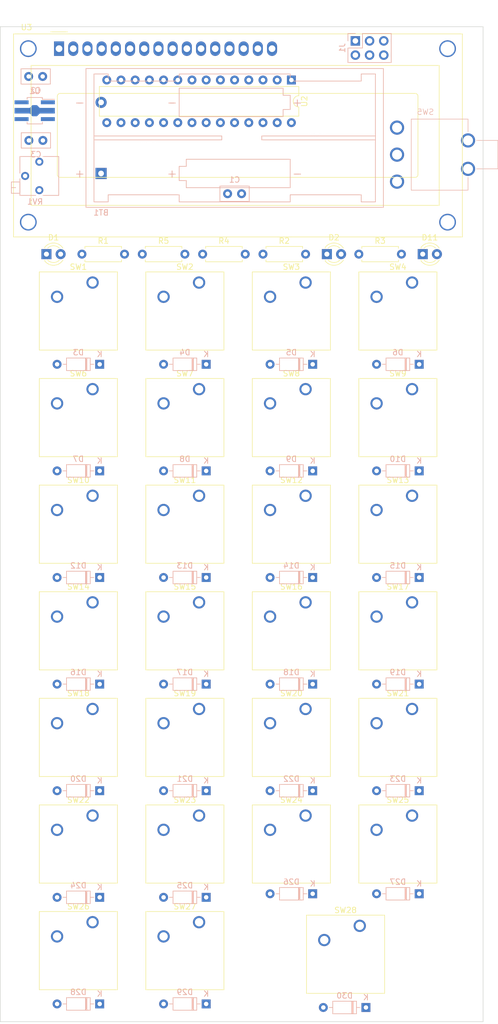
<source format=kicad_pcb>
(kicad_pcb (version 20221018) (generator pcbnew)
  (layers (0 "F.Cu" signal) (31 "B.Cu" signal) (34 "B.Paste" user) (35 "F.Paste" user) (36 "B.SilkS" user "B.Silkscreen") (37 "F.SilkS" user "F.Silkscreen") (38 "B.Mask" user) (39 "F.Mask" user) (44 "Edge.Cuts" user))
  (net 0 "")
  (net 1 "Net-(D1-A)")
  (net 2 "Net-(D2-A)")
  (net 3 "Net-(D3-A)")
  (net 4 "Net-(D4-A)")
  (net 5 "Net-(D5-A)")
  (net 6 "Net-(D6-A)")
  (net 7 "Net-(D7-A)")
  (net 8 "Net-(D8-A)")
  (net 9 "Net-(D9-A)")
  (net 10 "Net-(D10-A)")
  (net 11 "Net-(D11-A)")
  (net 12 "Net-(D12-A)")
  (net 13 "Net-(D13-A)")
  (net 14 "Net-(D14-A)")
  (net 15 "Net-(D15-A)")
  (net 16 "Net-(D16-A)")
  (net 17 "Net-(D17-A)")
  (net 18 "Net-(D18-A)")
  (net 19 "Net-(D19-A)")
  (net 20 "Net-(D20-A)")
  (net 21 "Net-(D21-A)")
  (net 22 "Net-(D22-A)")
  (net 23 "Net-(D23-A)")
  (net 24 "Net-(D24-A)")
  (net 25 "Net-(D25-A)")
  (net 26 "Net-(D26-A)")
  (net 27 "Net-(D27-A)")
  (net 28 "/COL0")
  (net 29 "/COL1")
  (net 30 "/COL2")
  (net 31 "/COL3")
  (net 32 "/ROW0")
  (net 33 "/ROW1")
  (net 34 "/ROW2")
  (net 35 "/ROW3")
  (net 36 "/ROW4")
  (net 37 "/ROW5")
  (net 38 "/ROW6")
  (net 39 "/nRST")
  (net 40 "VCC")
  (net 41 "GND")
  (net 42 "/EN")
  (net 43 "/RS")
  (net 44 "Net-(SW5-A)")
  (net 45 "Net-(D1-K)")
  (net 46 "/MOSI")
  (net 47 "/MISO")
  (net 48 "/SCK")
  (net 49 "Net-(D2-K)")
  (net 50 "/D0")
  (net 51 "/D1")
  (net 52 "/D2")
  (net 53 "/D3")
  (net 54 "Net-(D28-A)")
  (net 55 "Net-(D29-A)")
  (net 56 "Net-(D30-A)")
  (net 57 "Net-(U3-K)")
  (net 58 "Net-(U3-VO)")
  (net 59 "Net-(BT1-+)")
  (footprint "Button_Switch_Keyboard:SW_Cherry_MX_1.00u_PCB" (layer "F.Cu") (at 45.72 101.6)
    (fp_text reference "SW10" (at -2.54 -2.794) (layer "F.SilkS"))
    (fp_text value "SW_Push")
    (pad "" np_thru_hole circle (at -7.62 5.08) (size 1.7 1.7) (drill 1.7) (layers "*.Cu" "*.Mask"))
    (pad "" np_thru_hole circle (at -2.54 5.08) (size 4 4) (drill 4) (layers "*.Cu" "*.Mask"))
    (pad "" np_thru_hole circle (at 2.54 5.08) (size 1.7 1.7) (drill 1.7) (layers "*.Cu" "*.Mask"))
    (pad "1" thru_hole circle (at 0 0) (size 2.2 2.2) (drill 1.5) (layers "*.Cu" "*.Mask") (net 34 "/ROW2"))
    (pad "2" thru_hole circle (at -6.35 2.54) (size 2.2 2.2) (drill 1.5) (layers "*.Cu" "*.Mask") (net 12 "Net-(D12-A)"))
  )
  (footprint "Resistor_THT:R_Axial_DIN0207_L6.3mm_D2.5mm_P7.62mm_Horizontal" (layer "F.Cu") (at 65.405 58.42)
    (fp_text reference "R4" (at 3.81 -2.37) (layer "F.SilkS"))
    (fp_text value "10k")
    (pad "1" thru_hole circle (at 0 0) (size 1.6 1.6) (drill 0.8) (layers "*.Cu" "*.Mask") (net 40 "VCC"))
    (pad "2" thru_hole oval (at 7.62 0) (size 1.6 1.6) (drill 0.8) (layers "*.Cu" "*.Mask") (net 39 "/nRST"))
  )
  (footprint "Button_Switch_Keyboard:SW_Cherry_MX_1.00u_PCB" (layer "F.Cu") (at 64.77 63.5)
    (fp_text reference "SW2" (at -2.54 -2.794) (layer "F.SilkS"))
    (fp_text value "SW_Push")
    (pad "" np_thru_hole circle (at -7.62 5.08) (size 1.7 1.7) (drill 1.7) (layers "*.Cu" "*.Mask"))
    (pad "" np_thru_hole circle (at -2.54 5.08) (size 4 4) (drill 4) (layers "*.Cu" "*.Mask"))
    (pad "" np_thru_hole circle (at 2.54 5.08) (size 1.7 1.7) (drill 1.7) (layers "*.Cu" "*.Mask"))
    (pad "1" thru_hole circle (at 0 0) (size 2.2 2.2) (drill 1.5) (layers "*.Cu" "*.Mask") (net 32 "/ROW0"))
    (pad "2" thru_hole circle (at -6.35 2.54) (size 2.2 2.2) (drill 1.5) (layers "*.Cu" "*.Mask") (net 4 "Net-(D4-A)"))
  )
  (footprint "Button_Switch_Keyboard:SW_Cherry_MX_1.00u_PCB" (layer "F.Cu") (at 102.87 63.5)
    (fp_text reference "SW4" (at -2.54 -2.794) (layer "F.SilkS"))
    (fp_text value "SW_Push")
    (pad "" np_thru_hole circle (at -7.62 5.08) (size 1.7 1.7) (drill 1.7) (layers "*.Cu" "*.Mask"))
    (pad "" np_thru_hole circle (at -2.54 5.08) (size 4 4) (drill 4) (layers "*.Cu" "*.Mask"))
    (pad "" np_thru_hole circle (at 2.54 5.08) (size 1.7 1.7) (drill 1.7) (layers "*.Cu" "*.Mask"))
    (pad "1" thru_hole circle (at 0 0) (size 2.2 2.2) (drill 1.5) (layers "*.Cu" "*.Mask") (net 32 "/ROW0"))
    (pad "2" thru_hole circle (at -6.35 2.54) (size 2.2 2.2) (drill 1.5) (layers "*.Cu" "*.Mask") (net 6 "Net-(D6-A)"))
  )
  (footprint "Button_Switch_Keyboard:SW_Cherry_MX_1.00u_PCB" (layer "F.Cu") (at 45.72 158.75)
    (fp_text reference "SW22" (at -2.54 -2.794) (layer "F.SilkS"))
    (fp_text value "SW_Push")
    (pad "" np_thru_hole circle (at -7.62 5.08) (size 1.7 1.7) (drill 1.7) (layers "*.Cu" "*.Mask"))
    (pad "" np_thru_hole circle (at -2.54 5.08) (size 4 4) (drill 4) (layers "*.Cu" "*.Mask"))
    (pad "" np_thru_hole circle (at 2.54 5.08) (size 1.7 1.7) (drill 1.7) (layers "*.Cu" "*.Mask"))
    (pad "1" thru_hole circle (at 0 0) (size 2.2 2.2) (drill 1.5) (layers "*.Cu" "*.Mask") (net 37 "/ROW5"))
    (pad "2" thru_hole circle (at -6.35 2.54) (size 2.2 2.2) (drill 1.5) (layers "*.Cu" "*.Mask") (net 24 "Net-(D24-A)"))
  )
  (footprint "Button_Switch_Keyboard:SW_Cherry_MX_1.00u_PCB" (layer "F.Cu") (at 83.82 82.55)
    (fp_text reference "SW8" (at -2.54 -2.794) (layer "F.SilkS"))
    (fp_text value "SW_Push")
    (pad "" np_thru_hole circle (at -7.62 5.08) (size 1.7 1.7) (drill 1.7) (layers "*.Cu" "*.Mask"))
    (pad "" np_thru_hole circle (at -2.54 5.08) (size 4 4) (drill 4) (layers "*.Cu" "*.Mask"))
    (pad "" np_thru_hole circle (at 2.54 5.08) (size 1.7 1.7) (drill 1.7) (layers "*.Cu" "*.Mask"))
    (pad "1" thru_hole circle (at 0 0) (size 2.2 2.2) (drill 1.5) (layers "*.Cu" "*.Mask") (net 33 "/ROW1"))
    (pad "2" thru_hole circle (at -6.35 2.54) (size 2.2 2.2) (drill 1.5) (layers "*.Cu" "*.Mask") (net 9 "Net-(D9-A)"))
  )
  (footprint "Button_Switch_Keyboard:SW_Cherry_MX_1.00u_PCB" (layer "F.Cu") (at 45.72 120.65)
    (fp_text reference "SW14" (at -2.54 -2.794) (layer "F.SilkS"))
    (fp_text value "SW_Push")
    (pad "" np_thru_hole circle (at -7.62 5.08) (size 1.7 1.7) (drill 1.7) (layers "*.Cu" "*.Mask"))
    (pad "" np_thru_hole circle (at -2.54 5.08) (size 4 4) (drill 4) (layers "*.Cu" "*.Mask"))
    (pad "" np_thru_hole circle (at 2.54 5.08) (size 1.7 1.7) (drill 1.7) (layers "*.Cu" "*.Mask"))
    (pad "1" thru_hole circle (at 0 0) (size 2.2 2.2) (drill 1.5) (layers "*.Cu" "*.Mask") (net 35 "/ROW3"))
    (pad "2" thru_hole circle (at -6.35 2.54) (size 2.2 2.2) (drill 1.5) (layers "*.Cu" "*.Mask") (net 16 "Net-(D16-A)"))
  )
  (footprint "Button_Switch_Keyboard:SW_Cherry_MX_1.00u_PCB" (layer "F.Cu") (at 83.82 120.65)
    (fp_text reference "SW16" (at -2.54 -2.794) (layer "F.SilkS"))
    (fp_text value "SW_Push")
    (pad "" np_thru_hole circle (at -7.62 5.08) (size 1.7 1.7) (drill 1.7) (layers "*.Cu" "*.Mask"))
    (pad "" np_thru_hole circle (at -2.54 5.08) (size 4 4) (drill 4) (layers "*.Cu" "*.Mask"))
    (pad "" np_thru_hole circle (at 2.54 5.08) (size 1.7 1.7) (drill 1.7) (layers "*.Cu" "*.Mask"))
    (pad "1" thru_hole circle (at 0 0) (size 2.2 2.2) (drill 1.5) (layers "*.Cu" "*.Mask") (net 35 "/ROW3"))
    (pad "2" thru_hole circle (at -6.35 2.54) (size 2.2 2.2) (drill 1.5) (layers "*.Cu" "*.Mask") (net 18 "Net-(D18-A)"))
  )
  (footprint "Button_Switch_Keyboard:SW_Cherry_MX_1.00u_PCB" (layer "F.Cu") (at 45.72 63.5)
    (fp_text reference "SW1" (at -2.54 -2.794) (layer "F.SilkS"))
    (fp_text value "SW_Push")
    (pad "" np_thru_hole circle (at -7.62 5.08) (size 1.7 1.7) (drill 1.7) (layers "*.Cu" "*.Mask"))
    (pad "" np_thru_hole circle (at -2.54 5.08) (size 4 4) (drill 4) (layers "*.Cu" "*.Mask"))
    (pad "" np_thru_hole circle (at 2.54 5.08) (size 1.7 1.7) (drill 1.7) (layers "*.Cu" "*.Mask"))
    (pad "1" thru_hole circle (at 0 0) (size 2.2 2.2) (drill 1.5) (layers "*.Cu" "*.Mask") (net 32 "/ROW0"))
    (pad "2" thru_hole circle (at -6.35 2.54) (size 2.2 2.2) (drill 1.5) (layers "*.Cu" "*.Mask") (net 3 "Net-(D3-A)"))
  )
  (footprint "Button_Switch_Keyboard:SW_Cherry_MX_1.00u_PCB" (layer "F.Cu") (at 45.72 139.7)
    (fp_text reference "SW18" (at -2.54 -2.794) (layer "F.SilkS"))
    (fp_text value "SW_Push")
    (pad "" np_thru_hole circle (at -7.62 5.08) (size 1.7 1.7) (drill 1.7) (layers "*.Cu" "*.Mask"))
    (pad "" np_thru_hole circle (at -2.54 5.08) (size 4 4) (drill 4) (layers "*.Cu" "*.Mask"))
    (pad "" np_thru_hole circle (at 2.54 5.08) (size 1.7 1.7) (drill 1.7) (layers "*.Cu" "*.Mask"))
    (pad "1" thru_hole circle (at 0 0) (size 2.2 2.2) (drill 1.5) (layers "*.Cu" "*.Mask") (net 36 "/ROW4"))
    (pad "2" thru_hole circle (at -6.35 2.54) (size 2.2 2.2) (drill 1.5) (layers "*.Cu" "*.Mask") (net 20 "Net-(D20-A)"))
  )
  (footprint "Button_Switch_Keyboard:SW_Cherry_MX_1.00u_PCB" (layer "F.Cu") (at 102.87 158.75)
    (fp_text reference "SW25" (at -2.54 -2.794) (layer "F.SilkS"))
    (fp_text value "SW_Push")
    (pad "" np_thru_hole circle (at -7.62 5.08) (size 1.7 1.7) (drill 1.7) (layers "*.Cu" "*.Mask"))
    (pad "" np_thru_hole circle (at -2.54 5.08) (size 4 4) (drill 4) (layers "*.Cu" "*.Mask"))
    (pad "" np_thru_hole circle (at 2.54 5.08) (size 1.7 1.7) (drill 1.7) (layers "*.Cu" "*.Mask"))
    (pad "1" thru_hole circle (at 0 0) (size 2.2 2.2) (drill 1.5) (layers "*.Cu" "*.Mask") (net 37 "/ROW5"))
    (pad "2" thru_hole circle (at -6.35 2.54) (size 2.2 2.2) (drill 1.5) (layers "*.Cu" "*.Mask") (net 27 "Net-(D27-A)"))
  )
  (footprint "Package_DIP:DIP-28_W7.62mm" (layer "F.Cu") (at 81.28 27.305 -90)
    (fp_text reference "U2" (at 3.81 -2.33 90) (layer "F.SilkS"))
    (fp_text value "ATmega328-P")
    (pad "1" thru_hole rect (at 0 0 270) (size 1.6 1.6) (drill 0.8) (layers "*.Cu" "*.Mask") (net 39 "/nRST"))
    (pad "2" thru_hole oval (at 0 2.54 270) (size 1.6 1.6) (drill 0.8) (layers "*.Cu" "*.Mask") (net 32 "/ROW0"))
    (pad "3" thru_hole oval (at 0 5.08 270) (size 1.6 1.6) (drill 0.8) (layers "*.Cu" "*.Mask") (net 33 "/ROW1"))
    (pad "4" thru_hole oval (at 0 7.62 270) (size 1.6 1.6) (drill 0.8) (layers "*.Cu" "*.Mask") (net 34 "/ROW2"))
    (pad "5" thru_hole oval (at 0 10.16 270) (size 1.6 1.6) (drill 0.8) (layers "*.Cu" "*.Mask") (net 35 "/ROW3"))
    (pad "6" thru_hole oval (at 0 12.7 270) (size 1.6 1.6) (drill 0.8) (layers "*.Cu" "*.Mask") (net 36 "/ROW4"))
    (pad "7" thru_hole oval (at 0 15.24 270) (size 1.6 1.6) (drill 0.8) (layers "*.Cu" "*.Mask") (net 40 "VCC"))
    (pad "8" thru_hole oval (at 0 17.78 270) (size 1.6 1.6) (drill 0.8) (layers "*.Cu" "*.Mask") (net 41 "GND"))
    (pad "9" thru_hole oval (at 0 20.32 270) (size 1.6 1.6) (drill 0.8) (layers "*.Cu" "*.Mask") (net 42 "/EN"))
    (pad "10" thru_hole oval (at 0 22.86 270) (size 1.6 1.6) (drill 0.8) (layers "*.Cu" "*.Mask") (net 43 "/RS"))
    (pad "11" thru_hole oval (at 0 25.4 270) (size 1.6 1.6) (drill 0.8) (layers "*.Cu" "*.Mask") (net 37 "/ROW5"))
    (pad "12" thru_hole oval (at 0 27.94 270) (size 1.6 1.6) (drill 0.8) (layers "*.Cu" "*.Mask") (net 38 "/ROW6"))
    (pad "13" thru_hole oval (at 0 30.48 270) (size 1.6 1.6) (drill 0.8) (layers "*.Cu" "*.Mask") (net 31 "/COL3"))
    (pad "14" thru_hole oval (at 0 33.02 270) (size 1.6 1.6) (drill 0.8) (layers "*.Cu" "*.Mask") (net 45 "Net-(D1-K)"))
    (pad "15" thru_hole oval (at 7.62 33.02 270) (size 1.6 1.6) (drill 0.8) (layers "*.Cu" "*.Mask") (net 49 "Net-(D2-K)"))
    (pad "16" thru_hole oval (at 7.62 30.48 270) (size 1.6 1.6) (drill 0.8) (layers "*.Cu" "*.Mask") (net 28 "/COL0"))
    (pad "17" thru_hole oval (at 7.62 27.94 270) (size 1.6 1.6) (drill 0.8) (layers "*.Cu" "*.Mask") (net 46 "/MOSI"))
    (pad "18" thru_hole oval (at 7.62 25.4 270) (size 1.6 1.6) (drill 0.8) (layers "*.Cu" "*.Mask") (net 47 "/MISO"))
    (pad "19" thru_hole oval (at 7.62 22.86 270) (size 1.6 1.6) (drill 0.8) (layers "*.Cu" "*.Mask") (net 48 "/SCK"))
    (pad "20" thru_hole oval (at 7.62 20.32 270) (size 1.6 1.6) (drill 0.8) (layers "*.Cu" "*.Mask") (net 40 "VCC"))
    (pad "21" thru_hole oval (at 7.62 17.78 270) (size 1.6 1.6) (drill 0.8) (layers "*.Cu" "*.Mask"))
    (pad "22" thru_hole oval (at 7.62 15.24 270) (size 1.6 1.6) (drill 0.8) (layers "*.Cu" "*.Mask") (net 41 "GND"))
    (pad "23" thru_hole oval (at 7.62 12.7 270) (size 1.6 1.6) (drill 0.8) (layers "*.Cu" "*.Mask") (net 50 "/D0"))
    (pad "24" thru_hole oval (at 7.62 10.16 270) (size 1.6 1.6) (drill 0.8) (layers "*.Cu" "*.Mask") (net 51 "/D1"))
    (pad "25" thru_hole oval (at 7.62 7.62 270) (size 1.6 1.6) (drill 0.8) (layers "*.Cu" "*.Mask") (net 52 "/D2"))
    (pad "26" thru_hole oval (at 7.62 5.08 270) (size 1.6 1.6) (drill 0.8) (layers "*.Cu" "*.Mask") (net 53 "/D3"))
    (pad "27" thru_hole oval (at 7.62 2.54 270) (size 1.6 1.6) (drill 0.8) (layers "*.Cu" "*.Mask") (net 29 "/COL1"))
    (pad "28" thru_hole oval (at 7.62 0 270) (size 1.6 1.6) (drill 0.8) (layers "*.Cu" "*.Mask") (net 30 "/COL2"))
  )
  (footprint "Button_Switch_Keyboard:SW_Cherry_MX_1.00u_PCB" (layer "F.Cu") (at 64.77 158.75)
    (fp_text reference "SW23" (at -2.54 -2.794) (layer "F.SilkS"))
    (fp_text value "SW_Push")
    (pad "" np_thru_hole circle (at -7.62 5.08) (size 1.7 1.7) (drill 1.7) (layers "*.Cu" "*.Mask"))
    (pad "" np_thru_hole circle (at -2.54 5.08) (size 4 4) (drill 4) (layers "*.Cu" "*.Mask"))
    (pad "" np_thru_hole circle (at 2.54 5.08) (size 1.7 1.7) (drill 1.7) (layers "*.Cu" "*.Mask"))
    (pad "1" thru_hole circle (at 0 0) (size 2.2 2.2) (drill 1.5) (layers "*.Cu" "*.Mask") (net 37 "/ROW5"))
    (pad "2" thru_hole circle (at -6.35 2.54) (size 2.2 2.2) (drill 1.5) (layers "*.Cu" "*.Mask") (net 25 "Net-(D25-A)"))
  )
  (footprint "Button_Switch_Keyboard:SW_Cherry_MX_1.00u_PCB" (layer "F.Cu") (at 64.77 101.6)
    (fp_text reference "SW11" (at -2.54 -2.794) (layer "F.SilkS"))
    (fp_text value "SW_Push")
    (pad "" np_thru_hole circle (at -7.62 5.08) (size 1.7 1.7) (drill 1.7) (layers "*.Cu" "*.Mask"))
    (pad "" np_thru_hole circle (at -2.54 5.08) (size 4 4) (drill 4) (layers "*.Cu" "*.Mask"))
    (pad "" np_thru_hole circle (at 2.54 5.08) (size 1.7 1.7) (drill 1.7) (layers "*.Cu" "*.Mask"))
    (pad "1" thru_hole circle (at 0 0) (size 2.2 2.2) (drill 1.5) (layers "*.Cu" "*.Mask") (net 34 "/ROW2"))
    (pad "2" thru_hole circle (at -6.35 2.54) (size 2.2 2.2) (drill 1.5) (layers "*.Cu" "*.Mask") (net 13 "Net-(D13-A)"))
  )
  (footprint "Display:WC1602A" (layer "F.Cu") (at 39.72052 21.7043)
    (fp_text reference "U3" (at -5.82 -3.81) (layer "F.SilkS"))
    (fp_text value "RC1602A")
    (pad "" thru_hole circle (at -5.4991 0) (size 3 3) (drill 2.5) (layers "*.Cu" "*.Mask"))
    (pad "" thru_hole circle (at -5.4991 31.0007) (size 3 3) (drill 2.5) (layers "*.Cu" "*.Mask"))
    (pad "" thru_hole circle (at 69.49948 31.0007) (size 3 3) (drill 2.5) (layers "*.Cu" "*.Mask"))
    (pad "" thru_hole circle (at 69.5 0) (size 3 3) (drill 2.5) (layers "*.Cu" "*.Mask"))
    (pad "1" thru_hole rect (at 0 0) (size 1.8 2.6) (drill 1.2) (layers "*.Cu" "*.Mask") (net 41 "GND"))
    (pad "2" thru_hole oval (at 2.54 0) (size 1.8 2.6) (drill 1.2) (layers "*.Cu" "*.Mask") (net 40 "VCC"))
    (pad "3" thru_hole oval (at 5.08 0) (size 1.8 2.6) (drill 1.2) (layers "*.Cu" "*.Mask") (net 58 "Net-(U3-VO)"))
    (pad "4" thru_hole oval (at 7.62 0) (size 1.8 2.6) (drill 1.2) (layers "*.Cu" "*.Mask") (net 43 "/RS"))
    (pad "5" thru_hole oval (at 10.16 0) (size 1.8 2.6) (drill 1.2) (layers "*.Cu" "*.Mask") (net 41 "GND"))
    (pad "6" thru_hole oval (at 12.7 0) (size 1.8 2.6) (drill 1.2) (layers "*.Cu" "*.Mask") (net 42 "/EN"))
    (pad "7" thru_hole oval (at 15.24 0) (size 1.8 2.6) (drill 1.2) (layers "*.Cu" "*.Mask") (net 41 "GND"))
    (pad "8" thru_hole oval (at 17.78 0) (size 1.8 2.6) (drill 1.2) (layers "*.Cu" "*.Mask") (net 41 "GND"))
    (pad "9" thru_hole oval (at 20.32 0) (size 1.8 2.6) (drill 1.2) (layers "*.Cu" "*.Mask") (net 41 "GND"))
    (pad "10" thru_hole oval (at 22.86 0) (size 1.8 2.6) (drill 1.2) (layers "*.Cu" "*.Mask") (net 41 "GND"))
    (pad "11" thru_hole oval (at 25.4 0) (size 1.8 2.6) (drill 1.2) (layers "*.Cu" "*.Mask") (net 50 "/D0"))
    (pad "12" thru_hole oval (at 27.94 0) (size 1.8 2.6) (drill 1.2) (layers "*.Cu" "*.Mask") (net 51 "/D1"))
    (pad "13" thru_hole oval (at 30.48 0) (size 1.8 2.6) (drill 1.2) (layers "*.Cu" "*.Mask") (net 52 "/D2"))
    (pad "14" thru_hole oval (at 33.02 0) (size 1.8 2.6) (drill 1.2) (layers "*.Cu" "*.Mask") (net 53 "/D3"))
    (pad "15" thru_hole oval (at 35.56 0) (size 1.8 2.6) (drill 1.2) (layers "*.Cu" "*.Mask") (net 40 "VCC"))
    (pad "16" thru_hole oval (at 38.1 0) (size 1.8 2.6) (drill 1.2) (layers "*.Cu" "*.Mask") (net 57 "Net-(U3-K)"))
  )
  (footprint "Button_Switch_Keyboard:SW_Cherry_MX_1.00u_PCB" (layer "F.Cu") (at 64.77 139.7)
    (fp_text reference "SW19" (at -2.54 -2.794) (layer "F.SilkS"))
    (fp_text value "SW_Push")
    (pad "" np_thru_hole circle (at -7.62 5.08) (size 1.7 1.7) (drill 1.7) (layers "*.Cu" "*.Mask"))
    (pad "" np_thru_hole circle (at -2.54 5.08) (size 4 4) (drill 4) (layers "*.Cu" "*.Mask"))
    (pad "" np_thru_hole circle (at 2.54 5.08) (size 1.7 1.7) (drill 1.7) (layers "*.Cu" "*.Mask"))
    (pad "1" thru_hole circle (at 0 0) (size 2.2 2.2) (drill 1.5) (layers "*.Cu" "*.Mask") (net 36 "/ROW4"))
    (pad "2" thru_hole circle (at -6.35 2.54) (size 2.2 2.2) (drill 1.5) (layers "*.Cu" "*.Mask") (net 21 "Net-(D21-A)"))
  )
  (footprint "Button_Switch_Keyboard:SW_Cherry_MX_1.00u_PCB" (layer "F.Cu") (at 45.72 82.55)
    (fp_text reference "SW6" (at -2.54 -2.794) (layer "F.SilkS"))
    (fp_text value "SW_Push")
    (pad "" np_thru_hole circle (at -7.62 5.08) (size 1.7 1.7) (drill 1.7) (layers "*.Cu" "*.Mask"))
    (pad "" np_thru_hole circle (at -2.54 5.08) (size 4 4) (drill 4) (layers "*.Cu" "*.Mask"))
    (pad "" np_thru_hole circle (at 2.54 5.08) (size 1.7 1.7) (drill 1.7) (layers "*.Cu" "*.Mask"))
    (pad "1" thru_hole circle (at 0 0) (size 2.2 2.2) (drill 1.5) (layers "*.Cu" "*.Mask") (net 33 "/ROW1"))
    (pad "2" thru_hole circle (at -6.35 2.54) (size 2.2 2.2) (drill 1.5) (layers "*.Cu" "*.Mask") (net 7 "Net-(D7-A)"))
  )
  (footprint "LED_THT:LED_D3.0mm" (layer "F.Cu") (at 37.465 58.42)
    (fp_text reference "D1" (at 1.27 -2.96) (layer "F.SilkS"))
    (fp_text value "LED")
    (pad "1" thru_hole rect (at 0 0) (size 1.8 1.8) (drill 0.9) (layers "*.Cu" "*.Mask") (net 45 "Net-(D1-K)"))
    (pad "2" thru_hole circle (at 2.54 0) (size 1.8 1.8) (drill 0.9) (layers "*.Cu" "*.Mask") (net 1 "Net-(D1-A)"))
  )
  (footprint "Button_Switch_Keyboard:SW_Cherry_MX_1.00u_PCB" (layer "F.Cu") (at 83.82 63.5)
    (fp_text reference "SW3" (at -2.54 -2.794) (layer "F.SilkS"))
    (fp_text value "SW_Push")
    (pad "" np_thru_hole circle (at -7.62 5.08) (size 1.7 1.7) (drill 1.7) (layers "*.Cu" "*.Mask"))
    (pad "" np_thru_hole circle (at -2.54 5.08) (size 4 4) (drill 4) (layers "*.Cu" "*.Mask"))
    (pad "" np_thru_hole circle (at 2.54 5.08) (size 1.7 1.7) (drill 1.7) (layers "*.Cu" "*.Mask"))
    (pad "1" thru_hole circle (at 0 0) (size 2.2 2.2) (drill 1.5) (layers "*.Cu" "*.Mask") (net 32 "/ROW0"))
    (pad "2" thru_hole circle (at -6.35 2.54) (size 2.2 2.2) (drill 1.5) (layers "*.Cu" "*.Mask") (net 5 "Net-(D5-A)"))
  )
  (footprint "Resistor_THT:R_Axial_DIN0207_L6.3mm_D2.5mm_P7.62mm_Horizontal" (layer "F.Cu") (at 43.815 58.42)
    (fp_text reference "R1" (at 3.81 -2.37) (layer "F.SilkS"))
    (fp_text value "470")
    (pad "1" thru_hole circle (at 0 0) (size 1.6 1.6) (drill 0.8) (layers "*.Cu" "*.Mask") (net 40 "VCC"))
    (pad "2" thru_hole oval (at 7.62 0) (size 1.6 1.6) (drill 0.8) (layers "*.Cu" "*.Mask") (net 1 "Net-(D1-A)"))
  )
  (footprint "LED_THT:LED_D3.0mm" (layer "F.Cu") (at 104.775 58.42)
    (fp_text reference "D11" (at 1.27 -2.96) (layer "F.SilkS"))
    (fp_text value "LED")
    (pad "1" thru_hole rect (at 0 0) (size 1.8 1.8) (drill 0.9) (layers "*.Cu" "*.Mask") (net 41 "GND"))
    (pad "2" thru_hole circle (at 2.54 0) (size 1.8 1.8) (drill 0.9) (layers "*.Cu" "*.Mask") (net 11 "Net-(D11-A)"))
  )
  (footprint "Button_Switch_Keyboard:SW_Cherry_MX_1.00u_PCB" (layer "F.Cu") (at 45.72 177.8)
    (fp_text reference "SW26" (at -2.54 -2.794) (layer "F.SilkS"))
    (fp_text value "SW_Push")
    (pad "" np_thru_hole circle (at -7.62 5.08) (size 1.7 1.7) (drill 1.7) (layers "*.Cu" "*.Mask"))
    (pad "" np_thru_hole circle (at -2.54 5.08) (size 4 4) (drill 4) (layers "*.Cu" "*.Mask"))
    (pad "" np_thru_hole circle (at 2.54 5.08) (size 1.7 1.7) (drill 1.7) (layers "*.Cu" "*.Mask"))
    (pad "1" thru_hole circle (at 0 0) (size 2.2 2.2) (drill 1.5) (layers "*.Cu" "*.Mask") (net 38 "/ROW6"))
    (pad "2" thru_hole circle (at -6.35 2.54) (size 2.2 2.2) (drill 1.5) (layers "*.Cu" "*.Mask") (net 54 "Net-(D28-A)"))
  )
  (footprint "Button_Switch_Keyboard:SW_Cherry_MX_1.00u_PCB" (layer "F.Cu") (at 102.87 101.6)
    (fp_text reference "SW13" (at -2.54 -2.794) (layer "F.SilkS"))
    (fp_text value "SW_Push")
    (pad "" np_thru_hole circle (at -7.62 5.08) (size 1.7 1.7) (drill 1.7) (layers "*.Cu" "*.Mask"))
    (pad "" np_thru_hole circle (at -2.54 5.08) (size 4 4) (drill 4) (layers "*.Cu" "*.Mask"))
    (pad "" np_thru_hole circle (at 2.54 5.08) (size 1.7 1.7) (drill 1.7) (layers "*.Cu" "*.Mask"))
    (pad "1" thru_hole circle (at 0 0) (size 2.2 2.2) (drill 1.5) (layers "*.Cu" "*.Mask") (net 34 "/ROW2"))
    (pad "2" thru_hole circle (at -6.35 2.54) (size 2.2 2.2) (drill 1.5) (layers "*.Cu" "*.Mask") (net 15 "Net-(D15-A)"))
  )
  (footprint "Button_Switch_Keyboard:SW_Cherry_MX_1.00u_PCB" (layer "F.Cu") (at 102.87 120.65)
    (fp_text reference "SW17" (at -2.54 -2.794) (layer "F.SilkS"))
    (fp_text value "SW_Push")
    (pad "" np_thru_hole circle (at -7.62 5.08) (size 1.7 1.7) (drill 1.7) (layers "*.Cu" "*.Mask"))
    (pad "" np_thru_hole circle (at -2.54 5.08) (size 4 4) (drill 4) (layers "*.Cu" "*.Mask"))
    (pad "" np_thru_hole circle (at 2.54 5.08) (size 1.7 1.7) (drill 1.7) (layers "*.Cu" "*.Mask"))
    (pad "1" thru_hole circle (at 0 0) (size 2.2 2.2) (drill 1.5) (layers "*.Cu" "*.Mask") (net 35 "/ROW3"))
    (pad "2" thru_hole circle (at -6.35 2.54) (size 2.2 2.2) (drill 1.5) (layers "*.Cu" "*.Mask") (net 19 "Net-(D19-A)"))
  )
  (footprint "Button_Switch_Keyboard:SW_Cherry_MX_1.00u_PCB" (layer "F.Cu") (at 83.82 139.7)
    (fp_text reference "SW20" (at -2.54 -2.794) (layer "F.SilkS"))
    (fp_text value "SW_Push")
    (pad "" np_thru_hole circle (at -7.62 5.08) (size 1.7 1.7) (drill 1.7) (layers "*.Cu" "*.Mask"))
    (pad "" np_thru_hole circle (at -2.54 5.08) (size 4 4) (drill 4) (layers "*.Cu" "*.Mask"))
    (pad "" np_thru_hole circle (at 2.54 5.08) (size 1.7 1.7) (drill 1.7) (layers "*.Cu" "*.Mask"))
    (pad "1" thru_hole circle (at 0 0) (size 2.2 2.2) (drill 1.5) (layers "*.Cu" "*.Mask") (net 36 "/ROW4"))
    (pad "2" thru_hole circle (at -6.35 2.54) (size 2.2 2.2) (drill 1.5) (layers "*.Cu" "*.Mask") (net 22 "Net-(D22-A)"))
  )
  (footprint "Resistor_THT:R_Axial_DIN0207_L6.3mm_D2.5mm_P7.62mm_Horizontal" (layer "F.Cu") (at 93.345 58.42)
    (fp_text reference "R3" (at 3.81 -2.37) (layer "F.SilkS"))
    (fp_text value "470")
    (pad "1" thru_hole circle (at 0 0) (size 1.6 1.6) (drill 0.8) (layers "*.Cu" "*.Mask") (net 40 "VCC"))
    (pad "2" thru_hole oval (at 7.62 0) (size 1.6 1.6) (drill 0.8) (layers "*.Cu" "*.Mask") (net 11 "Net-(D11-A)"))
  )
  (footprint "Button_Switch_Keyboard:SW_Cherry_MX_1.00u_PCB" (layer "F.Cu") (at 83.82 101.6)
    (fp_text reference "SW12" (at -2.54 -2.794) (layer "F.SilkS"))
    (fp_text value "SW_Push")
    (pad "" np_thru_hole circle (at -7.62 5.08) (size 1.7 1.7) (drill 1.7) (layers "*.Cu" "*.Mask"))
    (pad "" np_thru_hole circle (at -2.54 5.08) (size 4 4) (drill 4) (layers "*.Cu" "*.Mask"))
    (pad "" np_thru_hole circle (at 2.54 5.08) (size 1.7 1.7) (drill 1.7) (layers "*.Cu" "*.Mask"))
    (pad "1" thru_hole circle (at 0 0) (size 2.2 2.2) (drill 1.5) (layers "*.Cu" "*.Mask") (net 34 "/ROW2"))
    (pad "2" thru_hole circle (at -6.35 2.54) (size 2.2 2.2) (drill 1.5) (layers "*.Cu" "*.Mask") (net 14 "Net-(D14-A)"))
  )
  (footprint "Button_Switch_Keyboard:SW_Cherry_MX_1.00u_PCB" (layer "F.Cu") (at 64.77 120.65)
    (fp_text reference "SW15" (at -2.54 -2.794) (layer "F.SilkS"))
    (fp_text value "SW_Push")
    (pad "" np_thru_hole circle (at -7.62 5.08) (size 1.7 1.7) (drill 1.7) (layers "*.Cu" "*.Mask"))
    (pad "" np_thru_hole circle (at -2.54 5.08) (size 4 4) (drill 4) (layers "*.Cu" "*.Mask"))
    (pad "" np_thru_hole circle (at 2.54 5.08) (size 1.7 1.7) (drill 1.7) (layers "*.Cu" "*.Mask"))
    (pad "1" thru_hole circle (at 0 0) (size 2.2 2.2) (drill 1.5) (layers "*.Cu" "*.Mask") (net 35 "/ROW3"))
    (pad "2" thru_hole circle (at -6.35 2.54) (size 2.2 2.2) (drill 1.5) (layers "*.Cu" "*.Mask") (net 17 "Net-(D17-A)"))
  )
  (footprint "Button_Switch_Keyboard:SW_Cherry_MX_1.00u_PCB" (layer "F.Cu") (at 64.77 177.8)
    (fp_text reference "SW27" (at -2.54 -2.794) (layer "F.SilkS"))
    (fp_text value "SW_Push")
    (pad "" np_thru_hole circle (at -7.62 5.08) (size 1.7 1.7) (drill 1.7) (layers "*.Cu" "*.Mask"))
    (pad "" np_thru_hole circle (at -2.54 5.08) (size 4 4) (drill 4) (layers "*.Cu" "*.Mask"))
    (pad "" np_thru_hole circle (at 2.54 5.08) (size 1.7 1.7) (drill 1.7) (layers "*.Cu" "*.Mask"))
    (pad "1" thru_hole circle (at 0 0) (size 2.2 2.2) (drill 1.5) (layers "*.Cu" "*.Mask") (net 38 "/ROW6"))
    (pad "2" thru_hole circle (at -6.35 2.54) (size 2.2 2.2) (drill 1.5) (layers "*.Cu" "*.Mask") (net 55 "Net-(D29-A)"))
  )
  (footprint "Button_Switch_Keyboard:SW_Cherry_MX_1.00u_PCB" (layer "F.Cu") (at 102.87 139.7)
    (fp_text reference "SW21" (at -2.54 -2.794) (layer "F.SilkS"))
    (fp_text value "SW_Push")
    (pad "" np_thru_hole circle (at -7.62 5.08) (size 1.7 1.7) (drill 1.7) (layers "*.Cu" "*.Mask"))
    (pad "" np_thru_hole circle (at -2.54 5.08) (size 4 4) (drill 4) (layers "*.Cu" "*.Mask"))
    (pad "" np_thru_hole circle (at 2.54 5.08) (size 1.7 1.7) (drill 1.7) (layers "*.Cu" "*.Mask"))
    (pad "1" thru_hole circle (at 0 0) (size 2.2 2.2) (drill 1.5) (layers "*.Cu" "*.Mask") (net 36 "/ROW4"))
    (pad "2" thru_hole circle (at -6.35 2.54) (size 2.2 2.2) (drill 1.5) (layers "*.Cu" "*.Mask") (net 23 "Net-(D23-A)"))
  )
  (footprint "LED_THT:LED_D3.0mm" (layer "F.Cu") (at 87.63 58.42)
    (fp_text reference "D2" (at 1.27 -2.96) (layer "F.SilkS"))
    (fp_text value "LED")
    (pad "1" thru_hole rect (at 0 0) (size 1.8 1.8) (drill 0.9) (layers "*.Cu" "*.Mask") (net 49 "Net-(D2-K)"))
    (pad "2" thru_hole circle (at 2.54 0) (size 1.8 1.8) (drill 0.9) (layers "*.Cu" "*.Mask") (net 2 "Net-(D2-A)"))
  )
  (footprint "Button_Switch_Keyboard:SW_Cherry_MX_1.00u_PCB" (layer "F.Cu") (at 83.82 158.75)
    (fp_text reference "SW24" (at -2.54 -2.794) (layer "F.SilkS"))
    (fp_text value "SW_Push")
    (pad "" np_thru_hole circle (at -7.62 5.08) (size 1.7 1.7) (drill 1.7) (layers "*.Cu" "*.Mask"))
    (pad "" np_thru_hole circle (at -2.54 5.08) (size 4 4) (drill 4) (layers "*.Cu" "*.Mask"))
    (pad "" np_thru_hole circle (at 2.54 5.08) (size 1.7 1.7) (drill 1.7) (layers "*.Cu" "*.Mask"))
    (pad "1" thru_hole circle (at 0 0) (size 2.2 2.2) (drill 1.5) (layers "*.Cu" "*.Mask") (net 37 "/ROW5"))
    (pad "2" thru_hole circle (at -6.35 2.54) (size 2.2 2.2) (drill 1.5) (layers "*.Cu" "*.Mask") (net 26 "Net-(D26-A)"))
  )
  (footprint "Button_Switch_Keyboard:SW_Cherry_MX_2.00u_PCB" (layer "F.Cu") (at 93.51 178.45)
    (fp_text reference "SW28" (at -2.54 -2.794) (layer "F.SilkS"))
    (fp_text value "SW_Push")
    (pad "" np_thru_hole circle (at -14.44 -1.92) (size 3.05 3.05) (drill 3.05) (layers "*.Cu" "*.Mask"))
    (pad "" np_thru_hole circle (at -14.44 13.32) (size 4 4) (drill 4) (layers "*.Cu" "*.Mask"))
    (pad "" np_thru_hole circle (at -7.62 5.08) (size 1.7 1.7) (drill 1.7) (layers "*.Cu" "*.Mask"))
    (pad "" np_thru_hole circle (at -2.54 5.08) (size 4 4) (drill 4) (layers "*.Cu" "*.Mask"))
    (pad "" np_thru_hole circle (at 2.54 5.08) (size 1.7 1.7) (drill 1.7) (layers "*.Cu" "*.Mask"))
    (pad "" np_thru_hole circle (at 9.36 -1.92) (size 3.05 3.05) (drill 3.05) (layers "*.Cu" "*.Mask"))
    (pad "" np_thru_hole circle (at 9.36 13.32) (size 4 4) (drill 4) (layers "*.Cu" "*.Mask"))
    (pad "1" thru_hole circle (at 0 0) (size 2.2 2.2) (drill 1.5) (layers "*.Cu" "*.Mask") (net 38 "/ROW6"))
    (pad "2" thru_hole circle (at -6.35 2.54) (size 2.2 2.2) (drill 1.5) (layers "*.Cu" "*.Mask") (net 56 "Net-(D30-A)"))
  )
  (footprint "Resistor_THT:R_Axial_DIN0207_L6.3mm_D2.5mm_P7.62mm_Horizontal" (layer "F.Cu") (at 76.2 58.42)
    (fp_text reference "R2" (at 3.81 -2.37) (layer "F.SilkS"))
    (fp_text value "470")
    (pad "1" thru_hole circle (at 0 0) (size 1.6 1.6) (drill 0.8) (layers "*.Cu" "*.Mask") (net 40 "VCC"))
    (pad "2" thru_hole oval (at 7.62 0) (size 1.6 1.6) (drill 0.8) (layers "*.Cu" "*.Mask") (net 2 "Net-(D2-A)"))
  )
  (footprint "Resistor_THT:R_Axial_DIN0207_L6.3mm_D2.5mm_P7.62mm_Horizontal" (layer "F.Cu") (at 54.61 58.42)
    (fp_text reference "R5" (at 3.81 -2.37) (layer "F.SilkS"))
    (fp_text value "470")
    (pad "1" thru_hole circle (at 0 0) (size 1.6 1.6) (drill 0.8) (layers "*.Cu" "*.Mask") (net 57 "Net-(U3-K)"))
    (pad "2" thru_hole oval (at 7.62 0) (size 1.6 1.6) (drill 0.8) (layers "*.Cu" "*.Mask") (net 41 "GND"))
  )
  (footprint "Button_Switch_Keyboard:SW_Cherry_MX_1.00u_PCB" (layer "F.Cu") (at 102.87 82.55)
    (fp_text reference "SW9" (at -2.54 -2.794) (layer "F.SilkS"))
    (fp_text value "SW_Push")
    (pad "" np_thru_hole circle (at -7.62 5.08) (size 1.7 1.7) (drill 1.7) (layers "*.Cu" "*.Mask"))
    (pad "" np_thru_hole circle (at -2.54 5.08) (size 4 4) (drill 4) (layers "*.Cu" "*.Mask"))
    (pad "" np_thru_hole circle (at 2.54 5.08) (size 1.7 1.7) (drill 1.7) (layers "*.Cu" "*.Mask"))
    (pad "1" thru_hole circle (at 0 0) (size 2.2 2.2) (drill 1.5) (layers "*.Cu" "*.Mask") (net 33 "/ROW1"))
    (pad "2" thru_hole circle (at -6.35 2.54) (size 2.2 2.2) (drill 1.5) (layers "*.Cu" "*.Mask") (net 10 "Net-(D10-A)"))
  )
  (footprint "Button_Switch_Keyboard:SW_Cherry_MX_1.00u_PCB" (layer "F.Cu") (at 64.77 82.55)
    (fp_text reference "SW7" (at -2.54 -2.794) (layer "F.SilkS"))
    (fp_text value "SW_Push")
    (pad "" np_thru_hole circle (at -7.62 5.08) (size 1.7 1.7) (drill 1.7) (layers "*.Cu" "*.Mask"))
    (pad "" np_thru_hole circle (at -2.54 5.08) (size 4 4) (drill 4) (layers "*.Cu" "*.Mask"))
    (pad "" np_thru_hole circle (at 2.54 5.08) (size 1.7 1.7) (drill 1.7) (layers "*.Cu" "*.Mask"))
    (pad "1" thru_hole circle (at 0 0) (size 2.2 2.2) (drill 1.5) (layers "*.Cu" "*.Mask") (net 33 "/ROW1"))
    (pad "2" thru_hole circle (at -6.35 2.54) (size 2.2 2.2) (drill 1.5) (layers "*.Cu" "*.Mask") (net 8 "Net-(D8-A)"))
  )
  (footprint "Diode_THT:D_DO-35_SOD27_P7.62mm_Horizontal" (layer "B.Cu") (at 46.99 135.255 180)
    (fp_text reference "D16" (at 3.81 2.12) (layer "B.SilkS") (effects (justify mirror)))
    (fp_text value "1N914")
    (fp_text user "K" (at 0 1.8) (layer "B.SilkS") (effects (justify mirror)))
    (pad "1" thru_hole rect (at 0 0 180) (size 1.6 1.6) (drill 0.8) (layers "*.Cu" "*.Mask") (net 28 "/COL0"))
    (pad "2" thru_hole oval (at 7.62 0 180) (size 1.6 1.6) (drill 0.8) (layers "*.Cu" "*.Mask") (net 16 "Net-(D16-A)"))
  )
  (footprint "Diode_THT:D_DO-35_SOD27_P7.62mm_Horizontal" (layer "B.Cu") (at 85.09 135.255 180)
    (fp_text reference "D18" (at 3.81 2.12) (layer "B.SilkS") (effects (justify mirror)))
    (fp_text value "1N914")
    (fp_text user "K" (at 0 1.8) (layer "B.SilkS") (effects (justify mirror)))
    (pad "1" thru_hole rect (at 0 0 180) (size 1.6 1.6) (drill 0.8) (layers "*.Cu" "*.Mask") (net 30 "/COL2"))
    (pad "2" thru_hole oval (at 7.62 0 180) (size 1.6 1.6) (drill 0.8) (layers "*.Cu" "*.Mask") (net 18 "Net-(D18-A)"))
  )
  (footprint "Diode_THT:D_DO-35_SOD27_P7.62mm_Horizontal" (layer "B.Cu") (at 66.04 116.205 180)
    (fp_text reference "D13" (at 3.81 2.12) (layer "B.SilkS") (effects (justify mirror)))
    (fp_text value "1N914")
    (fp_text user "K" (at 0 1.8) (layer "B.SilkS") (effects (justify mirror)))
    (pad "1" thru_hole rect (at 0 0 180) (size 1.6 1.6) (drill 0.8) (layers "*.Cu" "*.Mask") (net 29 "/COL1"))
    (pad "2" thru_hole oval (at 7.62 0 180) (size 1.6 1.6) (drill 0.8) (layers "*.Cu" "*.Mask") (net 13 "Net-(D13-A)"))
  )
  (footprint "Diode_THT:D_DO-35_SOD27_P7.62mm_Horizontal" (layer "B.Cu") (at 66.04 154.305 180)
    (fp_text reference "D21" (at 3.81 2.12) (layer "B.SilkS") (effects (justify mirror)))
    (fp_text value "1N914")
    (fp_text user "K" (at 0 1.8) (layer "B.SilkS") (effects (justify mirror)))
    (pad "1" thru_hole rect (at 0 0 180) (size 1.6 1.6) (drill 0.8) (layers "*.Cu" "*.Mask") (net 29 "/COL1"))
    (pad "2" thru_hole oval (at 7.62 0 180) (size 1.6 1.6) (drill 0.8) (layers "*.Cu" "*.Mask") (net 21 "Net-(D21-A)"))
  )
  (footprint "Potentiometer_THT:Potentiometer_Bourns_3266P_Horizontal" (layer "B.Cu") (at 36.195 46.99)
    (fp_text reference "RV1" (at -0.76 2.065) (layer "B.SilkS") (effects (justify mirror)))
    (fp_text value "10k")
    (pad "1" thru_hole circle (at 0 0) (size 1.44 1.44) (drill 0.8) (layers "*.Cu" "*.Mask") (net 40 "VCC"))
    (pad "2" thru_hole circle (at -2.54 -2.54) (size 1.44 1.44) (drill 0.8) (layers "*.Cu" "*.Mask") (net 58 "Net-(U3-VO)"))
    (pad "3" thru_hole circle (at 0 -5.08) (size 1.44 1.44) (drill 0.8) (layers "*.Cu" "*.Mask") (net 41 "GND"))
  )
  (footprint "Diode_THT:D_DO-35_SOD27_P7.62mm_Horizontal" (layer "B.Cu") (at 104.14 172.72 180)
    (fp_text reference "D27" (at 3.81 2.12) (layer "B.SilkS") (effects (justify mirror)))
    (fp_text value "1N914")
    (fp_text user "K" (at 0 1.8) (layer "B.SilkS") (effects (justify mirror)))
    (pad "1" thru_hole rect (at 0 0 180) (size 1.6 1.6) (drill 0.8) (layers "*.Cu" "*.Mask") (net 31 "/COL3"))
    (pad "2" thru_hole oval (at 7.62 0 180) (size 1.6 1.6) (drill 0.8) (layers "*.Cu" "*.Mask") (net 27 "Net-(D27-A)"))
  )
  (footprint "Diode_THT:D_DO-35_SOD27_P7.62mm_Horizontal" (layer "B.Cu") (at 46.99 173.355 180)
    (fp_text reference "D24" (at 3.81 2.12) (layer "B.SilkS") (effects (justify mirror)))
    (fp_text value "1N914")
    (fp_text user "K" (at 0 1.8) (layer "B.SilkS") (effects (justify mirror)))
    (pad "1" thru_hole rect (at 0 0 180) (size 1.6 1.6) (drill 0.8) (layers "*.Cu" "*.Mask") (net 28 "/COL0"))
    (pad "2" thru_hole oval (at 7.62 0 180) (size 1.6 1.6) (drill 0.8) (layers "*.Cu" "*.Mask") (net 24 "Net-(D24-A)"))
  )
  (footprint "Diode_THT:D_DO-35_SOD27_P7.62mm_Horizontal" (layer "B.Cu") (at 85.09 78.105 180)
    (fp_text reference "D5" (at 3.81 2.12) (layer "B.SilkS") (effects (justify mirror)))
    (fp_text value "1N914")
    (fp_text user "K" (at 0 1.8) (layer "B.SilkS") (effects (justify mirror)))
    (pad "1" thru_hole rect (at 0 0 180) (size 1.6 1.6) (drill 0.8) (layers "*.Cu" "*.Mask") (net 30 "/COL2"))
    (pad "2" thru_hole oval (at 7.62 0 180) (size 1.6 1.6) (drill 0.8) (layers "*.Cu" "*.Mask") (net 5 "Net-(D5-A)"))
  )
  (footprint "Diode_THT:D_DO-35_SOD27_P7.62mm_Horizontal" (layer "B.Cu") (at 85.09 97.155 180)
    (fp_text reference "D9" (at 3.81 2.12) (layer "B.SilkS") (effects (justify mirror)))
    (fp_text value "1N914")
    (fp_text user "K" (at 0 1.8) (layer "B.SilkS") (effects (justify mirror)))
    (pad "1" thru_hole rect (at 0 0 180) (size 1.6 1.6) (drill 0.8) (layers "*.Cu" "*.Mask") (net 30 "/COL2"))
    (pad "2" thru_hole oval (at 7.62 0 180) (size 1.6 1.6) (drill 0.8) (layers "*.Cu" "*.Mask") (net 9 "Net-(D9-A)"))
  )
  (footprint "Diode_THT:D_DO-35_SOD27_P7.62mm_Horizontal" (layer "B.Cu") (at 104.14 135.255 180)
    (fp_text reference "D19" (at 3.81 2.12) (layer "B.SilkS") (effects (justify mirror)))
    (fp_text value "1N914")
    (fp_text user "K" (at 0 1.8) (layer "B.SilkS") (effects (justify mirror)))
    (pad "1" thru_hole rect (at 0 0 180) (size 1.6 1.6) (drill 0.8) (layers "*.Cu" "*.Mask") (net 31 "/COL3"))
    (pad "2" thru_hole oval (at 7.62 0 180) (size 1.6 1.6) (drill 0.8) (layers "*.Cu" "*.Mask") (net 19 "Net-(D19-A)"))
  )
  (footprint "Diode_THT:D_DO-35_SOD27_P7.62mm_Horizontal" (layer "B.Cu") (at 66.04 97.155 180)
    (fp_text reference "D8" (at 3.81 2.12) (layer "B.SilkS") (effects (justify mirror)))
    (fp_text value "1N914")
    (fp_text user "K" (at 0 1.8) (layer "B.SilkS") (effects (justify mirror)))
    (pad "1" thru_hole rect (at 0 0 180) (size 1.6 1.6) (drill 0.8) (layers "*.Cu" "*.Mask") (net 29 "/COL1"))
    (pad "2" thru_hole oval (at 7.62 0 180) (size 1.6 1.6) (drill 0.8) (layers "*.Cu" "*.Mask") (net 8 "Net-(D8-A)"))
  )
  (footprint "Diode_THT:D_DO-35_SOD27_P7.62mm_Horizontal" (layer "B.Cu") (at 85.09 172.72 180)
    (fp_text reference "D26" (at 3.81 2.12) (layer "B.SilkS") (effects (justify mirror)))
    (fp_text value "1N914")
    (fp_text user "K" (at 0 1.8) (layer "B.SilkS") (effects (justify mirror)))
    (pad "1" thru_hole rect (at 0 0 180) (size 1.6 1.6) (drill 0.8) (layers "*.Cu" "*.Mask") (net 30 "/COL2"))
    (pad "2" thru_hole oval (at 7.62 0 180) (size 1.6 1.6) (drill 0.8) (layers "*.Cu" "*.Mask") (net 26 "Net-(D26-A)"))
  )
  (footprint "Diode_THT:D_DO-35_SOD27_P7.62mm_Horizontal" (layer "B.Cu") (at 85.09 116.205 180)
    (fp_text reference "D14" (at 3.81 2.12) (layer "B.SilkS") (effects (justify mirror)))
    (fp_text value "1N914")
    (fp_text user "K" (at 0 1.8) (layer "B.SilkS") (effects (justify mirror)))
    (pad "1" thru_hole rect (at 0 0 180) (size 1.6 1.6) (drill 0.8) (layers "*.Cu" "*.Mask") (net 30 "/COL2"))
    (pad "2" thru_hole oval (at 7.62 0 180) (size 1.6 1.6) (drill 0.8) (layers "*.Cu" "*.Mask") (net 14 "Net-(D14-A)"))
  )
  (footprint "Diode_THT:D_DO-35_SOD27_P7.62mm_Horizontal" (layer "B.Cu") (at 46.99 116.205 180)
    (fp_text reference "D12" (at 3.81 2.12) (layer "B.SilkS") (effects (justify mirror)))
    (fp_text value "1N914")
    (fp_text user "K" (at 0 1.8) (layer "B.SilkS") (effects (justify mirror)))
    (pad "1" thru_hole rect (at 0 0 180) (size 1.6 1.6) (drill 0.8) (layers "*.Cu" "*.Mask") (net 28 "/COL0"))
    (pad "2" thru_hole oval (at 7.62 0 180) (size 1.6 1.6) (drill 0.8) (layers "*.Cu" "*.Mask") (net 12 "Net-(D12-A)"))
  )
  (footprint "Diode_THT:D_DO-35_SOD27_P7.62mm_Horizontal" (layer "B.Cu") (at 66.04 135.255 180)
    (fp_text reference "D17" (at 3.81 2.12) (layer "B.SilkS") (effects (justify mirror)))
    (fp_text value "1N914")
    (fp_text user "K" (at 0 1.8) (layer "B.SilkS") (effects (justify mirror)))
    (pad "1" thru_hole rect (at 0 0 180) (size 1.6 1.6) (drill 0.8) (layers "*.Cu" "*.Mask") (net 29 "/COL1"))
    (pad "2" thru_hole oval (at 7.62 0 180) (size 1.6 1.6) (drill 0.8) (layers "*.Cu" "*.Mask") (net 17 "Net-(D17-A)"))
  )
  (footprint "Capacitor_THT:C_Disc_D5.0mm_W2.5mm_P2.50mm" (layer "B.Cu") (at 34.29 26.67)
    (fp_text reference "C2" (at 1.25 2.5) (layer "B.SilkS") (effects (justify mirror)))
    (fp_text value "10uF")
    (pad "1" thru_hole circle (at 0 0) (size 1.6 1.6) (drill 0.8) (layers "*.Cu" "*.Mask") (net 40 "VCC"))
    (pad "2" thru_hole circle (at 2.5 0) (size 1.6 1.6) (drill 0.8) (layers "*.Cu" "*.Mask") (net 41 "GND"))
  )
  (footprint "my_switch:ANT11TFHQE_switch" (layer "B.Cu") (at 100.178 35.814 180)
    (fp_text reference "SW5" (at -5.08 2.794 unlocked) (layer "B.SilkS") (effects (font (thickness 0.1)) (justify mirror)))
    (fp_text value "SW_SPST")
    (pad "1" thru_hole circle (at 0 0 180) (size 2.54 2.54) (drill 1.778) (layers "*.Cu" "*.Mask") (net 44 "Net-(SW5-A)"))
    (pad "2" thru_hole circle (at 0 -4.826 180) (size 2.54 2.54) (drill 1.778) (layers "*.Cu" "*.Mask") (net 59 "Net-(BT1-+)"))
    (pad "3" thru_hole circle (at 0 -9.652 180) (size 2.54 2.54) (drill 1.778) (layers "*.Cu" "*.Mask"))
    (pad "4" thru_hole circle (at -12.7 -2.286 180) (size 2.54 2.54) (drill 1.778) (layers "*.Cu" "*.Mask"))
    (pad "5" thru_hole circle (at -12.7 -7.366 180) (size 2.54 2.54) (drill 1.778) (layers "*.Cu" "*.Mask"))
  )
  (footprint "Connector_PinHeader_2.54mm:PinHeader_2x03_P2.54mm_Vertical" (layer "B.Cu") (at 92.725 20.315 -90)
    (fp_text reference "J1" (at 1.27 2.33 90) (layer "B.SilkS") (effects (justify mirror)))
    (fp_text value "Conn_02x03_Odd_Even")
    (pad "1" thru_hole rect (at 0 0 270) (size 1.7 1.7) (drill 1) (layers "*.Cu" "*.Mask") (net 47 "/MISO"))
    (pad "2" thru_hole oval (at 2.54 0 270) (size 1.7 1.7) (drill 1) (layers "*.Cu" "*.Mask") (net 40 "VCC"))
    (pad "3" thru_hole oval (at 0 -2.54 270) (size 1.7 1.7) (drill 1) (layers "*.Cu" "*.Mask") (net 48 "/SCK"))
    (pad "4" thru_hole oval (at 2.54 -2.54 270) (size 1.7 1.7) (drill 1) (layers "*.Cu" "*.Mask") (net 46 "/MOSI"))
    (pad "5" thru_hole oval (at 0 -5.08 270) (size 1.7 1.7) (drill 1) (layers "*.Cu" "*.Mask") (net 39 "/nRST"))
    (pad "6" thru_hole oval (at 2.54 -5.08 270) (size 1.7 1.7) (drill 1) (layers "*.Cu" "*.Mask") (net 41 "GND"))
  )
  (footprint "Diode_THT:D_DO-35_SOD27_P7.62mm_Horizontal" (layer "B.Cu") (at 46.99 192.405 180)
    (fp_text reference "D28" (at 3.81 2.12) (layer "B.SilkS") (effects (justify mirror)))
    (fp_text value "1N914")
    (fp_text user "K" (at 0 1.8) (layer "B.SilkS") (effects (justify mirror)))
    (pad "1" thru_hole rect (at 0 0 180) (size 1.6 1.6) (drill 0.8) (layers "*.Cu" "*.Mask") (net 28 "/COL0"))
    (pad "2" thru_hole oval (at 7.62 0 180) (size 1.6 1.6) (drill 0.8) (layers "*.Cu" "*.Mask") (net 54 "Net-(D28-A)"))
  )
  (footprint "Diode_THT:D_DO-35_SOD27_P7.62mm_Horizontal" (layer "B.Cu") (at 104.14 154.305 180)
    (fp_text reference "D23" (at 3.81 2.12) (layer "B.SilkS") (effects (justify mirror)))
    (fp_text value "1N914")
    (fp_text user "K" (at 0 1.8) (layer "B.SilkS") (effects (justify mirror)))
    (pad "1" thru_hole rect (at 0 0 180) (size 1.6 1.6) (drill 0.8) (layers "*.Cu" "*.Mask") (net 31 "/COL3"))
    (pad "2" thru_hole oval (at 7.62 0 180) (size 1.6 1.6) (drill 0.8) (layers "*.Cu" "*.Mask") (net 23 "Net-(D23-A)"))
  )
  (footprint "Diode_THT:D_DO-35_SOD27_P7.62mm_Horizontal" (layer "B.Cu") (at 66.04 78.105 180)
    (fp_text reference "D4" (at 3.81 2.12) (layer "B.SilkS") (effects (justify mirror)))
    (fp_text value "1N914")
    (fp_text user "K" (at 0 1.8) (layer "B.SilkS") (effects (justify mirror)))
    (pad "1" thru_hole rect (at 0 0 180) (size 1.6 1.6) (drill 0.8) (layers "*.Cu" "*.Mask") (net 29 "/COL1"))
    (pad "2" thru_hole oval (at 7.62 0 180) (size 1.6 1.6) (drill 0.8) (layers "*.Cu" "*.Mask") (net 4 "Net-(D4-A)"))
  )
  (footprint "Diode_THT:D_DO-35_SOD27_P7.62mm_Horizontal" (layer "B.Cu") (at 104.14 78.105 180)
    (fp_text reference "D6" (at 3.81 2.12) (layer "B.SilkS") (effects (justify mirror)))
    (fp_text value "1N914")
    (fp_text user "K" (at 0 1.8) (layer "B.SilkS") (effects (justify mirror)))
    (pad "1" thru_hole rect (at 0 0 180) (size 1.6 1.6) (drill 0.8) (layers "*.Cu" "*.Mask") (net 31 "/COL3"))
    (pad "2" thru_hole oval (at 7.62 0 180) (size 1.6 1.6) (drill 0.8) (layers "*.Cu" "*.Mask") (net 6 "Net-(D6-A)"))
  )
  (footprint "Diode_THT:D_DO-35_SOD27_P7.62mm_Horizontal" (layer "B.Cu") (at 104.14 97.155 180)
    (fp_text reference "D10" (at 3.81 2.12) (layer "B.SilkS") (effects (justify mirror)))
    (fp_text value "1N914")
    (fp_text user "K" (at 0 1.8) (layer "B.SilkS") (effects (justify mirror)))
    (pad "1" thru_hole rect (at 0 0 180) (size 1.6 1.6) (drill 0.8) (layers "*.Cu" "*.Mask") (net 31 "/COL3"))
    (pad "2" thru_hole oval (at 7.62 0 180) (size 1.6 1.6) (drill 0.8) (layers "*.Cu" "*.Mask") (net 10 "Net-(D10-A)"))
  )
  (footprint "Capacitor_THT:C_Disc_D5.0mm_W2.5mm_P2.50mm" (layer "B.Cu") (at 34.33 38.1)
    (fp_text reference "C3" (at 1.25 2.5) (layer "B.SilkS") (effects (justify mirror)))
    (fp_text value "0.1uF")
    (pad "1" thru_hole circle (at 0 0) (size 1.6 1.6) (drill 0.8) (layers "*.Cu" "*.Mask") (net 44 "Net-(SW5-A)"))
    (pad "2" thru_hole circle (at 2.5 0) (size 1.6 1.6) (drill 0.8) (layers "*.Cu" "*.Mask") (net 41 "GND"))
  )
  (footprint "Capacitor_THT:C_Disc_D5.0mm_W2.5mm_P2.50mm" (layer "B.Cu") (at 72.37 47.625 180)
    (fp_text reference "C1" (at 1.25 2.5) (layer "B.SilkS") (effects (justify mirror)))
    (fp_text value "0.1uF")
    (pad "1" thru_hole circle (at 0 0 180) (size 1.6 1.6) (drill 0.8) (layers "*.Cu" "*.Mask") (net 40 "VCC"))
    (pad "2" thru_hole circle (at 2.5 0 180) (size 1.6 1.6) (drill 0.8) (layers "*.Cu" "*.Mask") (net 41 "GND"))
  )
  (footprint "Diode_THT:D_DO-35_SOD27_P7.62mm_Horizontal" (layer "B.Cu") (at 66.04 192.405 180)
    (fp_text reference "D29" (at 3.81 2.12) (layer "B.SilkS") (effects (justify mirror)))
    (fp_text value "1N914")
    (fp_text user "K" (at 0 1.8) (layer "B.SilkS") (effects (justify mirror)))
    (pad "1" thru_hole rect (at 0 0 180) (size 1.6 1.6) (drill 0.8) (layers "*.Cu" "*.Mask") (net 29 "/COL1"))
    (pad "2" thru_hole oval (at 7.62 0 180) (size 1.6 1.6) (drill 0.8) (layers "*.Cu" "*.Mask") (net 55 "Net-(D29-A)"))
  )
  (footprint "Diode_THT:D_DO-35_SOD27_P7.62mm_Horizontal" (layer "B.Cu") (at 85.09 154.305 180)
    (fp_text reference "D22" (at 3.81 2.12) (layer "B.SilkS") (effects (justify mirror)))
    (fp_text value "1N914")
    (fp_text user "K" (at 0 1.8) (layer "B.SilkS") (effects (justify mirror)))
    (pad "1" thru_hole rect (at 0 0 180) (size 1.6 1.6) (drill 0.8) (layers "*.Cu" "*.Mask") (net 30 "/COL2"))
    (pad "2" thru_hole oval (at 7.62 0 180) (size 1.6 1.6) (drill 0.8) (layers "*.Cu" "*.Mask") (net 22 "Net-(D22-A)"))
  )
  (footprint "Diode_THT:D_DO-35_SOD27_P7.62mm_Horizontal" (layer "B.Cu") (at 46.99 154.305 180)
    (fp_text reference "D20" (at 3.81 2.12) (layer "B.SilkS") (effects (justify mirror)))
    (fp_text value "1N914")
    (fp_text user "K" (at 0 1.8) (layer "B.SilkS") (effects (justify mirror)))
    (pad "1" thru_hole rect (at 0 0 180) (size 1.6 1.6) (drill 0.8) (layers "*.Cu" "*.Mask") (net 28 "/COL0"))
    (pad "2" thru_hole oval (at 7.62 0 180) (size 1.6 1.6) (drill 0.8) (layers "*.Cu" "*.Mask") (net 20 "Net-(D20-A)"))
  )
  (footprint "Package_TO_SOT_SMD:SOT-89-5_Handsoldering" (layer "B.Cu") (at 35.37 32.79 180)
    (fp_text reference "U1" (at 0 3.5) (layer "B.SilkS") (effects (justify mirror)))
    (fp_text value "R1500H")
    (pad "1" smd rect (at -2.35 1.5 180) (size 2.5 0.7) (layers "B.Cu" "B.Paste" "B.Mask") (net 44 "Net-(SW5-A)"))
    (pad "2" smd custom (at 0 0 180) (size 0.8 2) (layers "B.Cu" "B.Paste" "B.Mask") (net 41 "GND") (options (clearance outline) (anchor rect)) (primitives (gr_poly (pts (xy 0.9 0.5) (xy 3.6 0.5) (xy 3.6 -0.5) (xy 0.9 -0.5) (xy 0.4 -1) (xy -0.4 -1) (xy -0.9 -0.5) (xy -3.6 -0.5) (xy -3.6 0.5) (xy -0.9 0.5) (xy -0.4 1) (xy 0.4 1)) (width 0) (fill yes))))
    (pad "3" smd rect (at -2.35 -1.5 180) (size 2.5 0.7) (layers "B.Cu" "B.Paste" "B.Mask") (net 41 "GND"))
    (pad "4" smd rect (at 2.35 -1.5 180) (size 2.5 0.7) (layers "B.Cu" "B.Paste" "B.Mask") (net 44 "Net-(SW5-A)"))
    (pad "5" smd rect (at 2.35 1.5 180) (size 2.5 0.7) (layers "B.Cu" "B.Paste" "B.Mask") (net 40 "VCC"))
  )
  (footprint "Diode_THT:D_DO-35_SOD27_P7.62mm_Horizontal" (layer "B.Cu") (at 94.615 193.04 180)
    (fp_text reference "D30" (at 3.81 2.12) (layer "B.SilkS") (effects (justify mirror)))
    (fp_text value "1N914")
    (fp_text user "K" (at 0 1.8) (layer "B.SilkS") (effects (justify mirror)))
    (pad "1" thru_hole rect (at 0 0 180) (size 1.6 1.6) (drill 0.8) (layers "*.Cu" "*.Mask") (net 30 "/COL2"))
    (pad "2" thru_hole oval (at 7.62 0 180) (size 1.6 1.6) (drill 0.8) (layers "*.Cu" "*.Mask") (net 56 "Net-(D30-A)"))
  )
  (footprint "Diode_THT:D_DO-35_SOD27_P7.62mm_Horizontal" (layer "B.Cu") (at 46.99 97.155 180)
    (fp_text reference "D7" (at 3.81 2.12) (layer "B.SilkS") (effects (justify mirror)))
    (fp_text value "1N914")
    (fp_text user "K" (at 0 1.8) (layer "B.SilkS") (effects (justify mirror)))
    (pad "1" thru_hole rect (at 0 0 180) (size 1.6 1.6) (drill 0.8) (layers "*.Cu" "*.Mask") (net 28 "/COL0"))
    (pad "2" thru_hole oval (at 7.62 0 180) (size 1.6 1.6) (drill 0.8) (layers "*.Cu" "*.Mask") (net 7 "Net-(D7-A)"))
  )
  (footprint "Diode_THT:D_DO-35_SOD27_P7.62mm_Horizontal" (layer "B.Cu") (at 104.14 116.205 180)
    (fp_text reference "D15" (at 3.81 2.12) (layer "B.SilkS") (effects (justify mirror)))
    (fp_text value "1N914")
    (fp_text user "K" (at 0 1.8) (layer "B.SilkS") (effects (justify mirror)))
    (pad "1" thru_hole rect (at 0 0 180) (size 1.6 1.6) (drill 0.8) (layers "*.Cu" "*.Mask") (net 31 "/COL3"))
    (pad "2" thru_hole oval (at 7.62 0 180) (size 1.6 1.6) (drill 0.8) (layers "*.Cu" "*.Mask") (net 15 "Net-(D15-A)"))
  )
  (footprint "Diode_THT:D_DO-35_SOD27_P7.62mm_Horizontal" (layer "B.Cu") (at 46.99 78.105 180)
    (fp_text reference "D3" (at 3.81 2.12) (layer "B.SilkS") (effects (justify mirror)))
    (fp_text value "1N914")
    (fp_text user "K" (at 0 1.8) (layer "B.SilkS") (effects (justify mirror)))
    (pad "1" thru_hole rect (at 0 0 180) (size 1.6 1.6) (drill 0.8) (layers "*.Cu" "*.Mask") (net 28 "/COL0"))
    (pad "2" thru_hole oval (at 7.62 0 180) (size 1.6 1.6) (drill 0.8) (layers "*.Cu" "*.Mask") (net 3 "Net-(D3-A)"))
  )
  (footprint "Battery:BatteryHolder_Keystone_2468_2xAAA" (layer "B.Cu") (at 47.24 44.005)
    (fp_text reference "BT1" (at 0 7) (layer "B.SilkS") (effects (justify mirror)))
    (fp_text value "2xAAA")
    (fp_text user "-" (at -3.81 -12.7) (layer "B.SilkS") (effects (font (size 1.5 1.5)) (justify mirror)))
    (fp_text user "-" (at 35.1 0) (layer "B.SilkS") (effects (font (size 1.5 1.5)) (justify mirror)))
    (fp_text user "-" (at 12.7 -12.7) (layer "B.SilkS") (effects (font (size 1.5 1.5)) (justify mirror)))
    (fp_text user "+" (at -3.81 0) (layer "B.SilkS") (effects (font (size 1.5 1.5)) (justify mirror)))
    (fp_text user "+" (at 12.7 0) (layer "B.SilkS") (effects (font (size 1.5 1.5)) (justify mirror)))
    (fp_text user "+" (at 35.1 -12.7) (layer "B.SilkS") (effects (font (size 1.5 1.5)) (justify mirror)))
    (pad "" np_thru_hole circle (at 8.64 -4) (size 3.45 3.45) (drill 3.45) (layers "*.Cu"))
    (pad "" np_thru_hole circle (at 38.61 -8.7) (size 3.45 3.45) (drill 3.45) (layers "*.Cu" "*.Mask"))
    (pad "1" thru_hole rect (at 0 0) (size 2 2) (drill 1.02) (layers "*.Cu" "*.Mask") (net 59 "Net-(BT1-+)"))
    (pad "2" thru_hole circle (at 0 -12.7) (size 2 2) (drill 1.02) (layers "*.Cu" "*.Mask") (net 41 "GND"))
  )
  (footprint "Diode_THT:D_DO-35_SOD27_P7.62mm_Horizontal" (layer "B.Cu") (at 66.04 173.355 180)
    (fp_text reference "D25" (at 3.81 2.12) (layer "B.SilkS") (effects (justify mirror)))
    (fp_text value "1N914")
    (fp_text user "K" (at 0 1.8) (layer "B.SilkS") (effects (justify mirror)))
    (pad "1" thru_hole rect (at 0 0 180) (size 1.6 1.6) (drill 0.8) (layers "*.Cu" "*.Mask") (net 29 "/COL1"))
    (pad "2" thru_hole oval (at 7.62 0 180) (size 1.6 1.6) (drill 0.8) (layers "*.Cu" "*.Mask") (net 25 "Net-(D25-A)"))
  )
  (gr_line (start 115.57 195.58) (end 29.21 195.58) (stroke (width 0.1)) (layer "Edge.Cuts"))
  (gr_line (start 29.21 17.78) (end 115.57 17.78) (stroke (width 0.1)) (layer "Edge.Cuts"))
  (gr_line (start 115.57 17.78) (end 115.57 195.58) (stroke (width 0.1)) (layer "Edge.Cuts"))
  (gr_line (start 29.21 195.58) (end 29.21 17.78) (stroke (width 0.1)) (layer "Edge.Cuts"))
)
</source>
